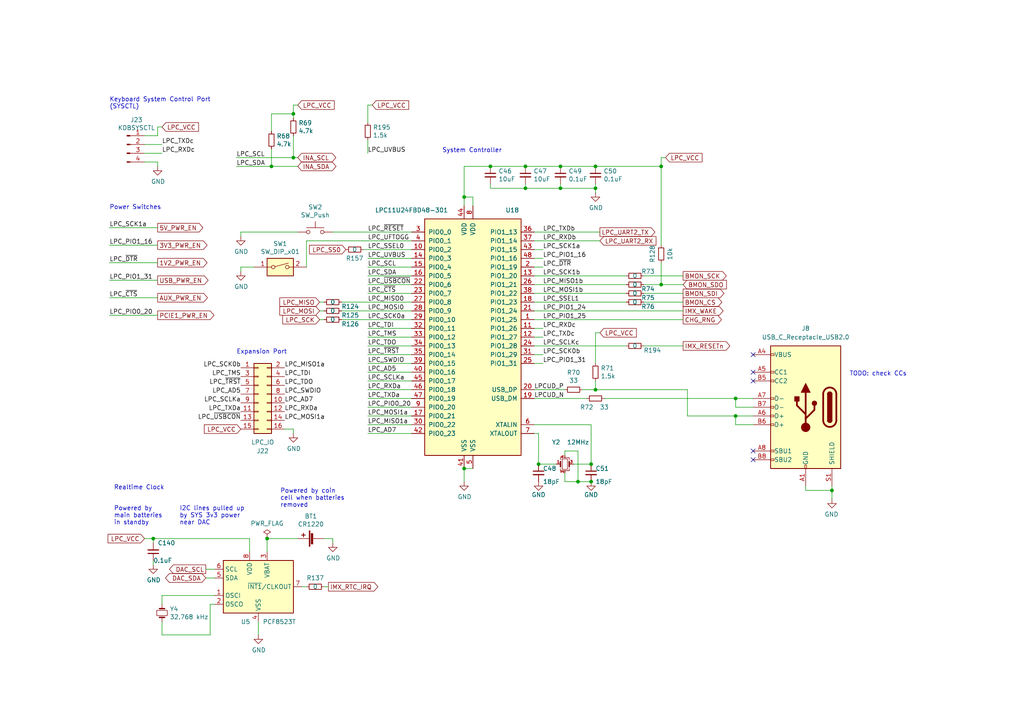
<source format=kicad_sch>
(kicad_sch (version 20211123) (generator eeschema)
  (paper "A4")
  (title_block (title "Reform 2 LPC") (date "2022-10-12") (rev "2.5D-1") (company "MNT Research GmbH") (comment 1 "https://mntre.com") (comment 2 "Engineer: Lukas F. Hartmann") (comment 3 "License: CERN-OHL-S 2.0"))
  (lib_symbols
    (symbol "Connector:Conn_01x04_Male" (pin_names (offset 1.016) hide)
      (property "Reference" "J" (at 0 5.08 0))
      (property "Value" "Conn_01x04_Male" (at 0 -7.62 0))
      (symbol "Conn_01x04_Male_1_1"
        (polyline (pts (xy 1.27 -5.08) (xy 0.8636 -5.08)) (stroke (width 0.1524)))
        (polyline (pts (xy 1.27 -2.54) (xy 0.8636 -2.54)) (stroke (width 0.1524)))
        (polyline (pts (xy 1.27 0) (xy 0.8636 0)) (stroke (width 0.1524)))
        (polyline (pts (xy 1.27 2.54) (xy 0.8636 2.54)) (stroke (width 0.1524)))
        (rectangle (start 0.8636 -4.953) (end 0 -5.207) (stroke (width 0.1524)) (fill (type outline)))
        (rectangle (start 0.8636 -2.413) (end 0 -2.667) (stroke (width 0.1524)) (fill (type outline)))
        (rectangle (start 0.8636 0.127) (end 0 -0.127) (stroke (width 0.1524)) (fill (type outline)))
        (rectangle (start 0.8636 2.667) (end 0 2.413) (stroke (width 0.1524)) (fill (type outline)))
        (pin passive line (at 5.08 2.54 180) (length 3.81) (name "Pin_1") (number "1"))
        (pin passive line (at 5.08 0 180) (length 3.81) (name "Pin_2") (number "2"))
        (pin passive line (at 5.08 -2.54 180) (length 3.81) (name "Pin_3") (number "3"))
        (pin passive line (at 5.08 -5.08 180) (length 3.81) (name "Pin_4") (number "4"))
      )
    )
    (symbol "Connector:USB_C_Receptacle_USB2.0" (pin_names (offset 1.016))
      (property "Reference" "J" (at -10.16 19.05 0))
      (property "Value" "USB_C_Receptacle_USB2.0" (at 19.05 19.05 0))
      (symbol "USB_C_Receptacle_USB2.0_0_0"
        (rectangle (start -0.254 -17.78) (end 0.254 -16.764))
        (rectangle (start 10.16 -14.986) (end 9.144 -15.494))
        (rectangle (start 10.16 -12.446) (end 9.144 -12.954))
        (rectangle (start 10.16 -4.826) (end 9.144 -5.334))
        (rectangle (start 10.16 -2.286) (end 9.144 -2.794))
        (rectangle (start 10.16 0.254) (end 9.144 -0.254))
        (rectangle (start 10.16 2.794) (end 9.144 2.286))
        (rectangle (start 10.16 7.874) (end 9.144 7.366))
        (rectangle (start 10.16 10.414) (end 9.144 9.906))
        (rectangle (start 10.16 15.494) (end 9.144 14.986))
      )
      (symbol "USB_C_Receptacle_USB2.0_0_1"
        (rectangle (start -10.16 17.78) (end 10.16 -17.78) (stroke (width 0.254)) (fill (type background)))
        (arc (start -8.89 -3.81) (mid -6.985 -5.715) (end -5.08 -3.81) (stroke (width 0.508)))
        (arc (start -7.62 -3.81) (mid -6.985 -4.445) (end -6.35 -3.81) (stroke (width 0.254)))
        (arc (start -7.62 -3.81) (mid -6.985 -4.445) (end -6.35 -3.81) (stroke (width 0.254)) (fill (type outline)))
        (rectangle (start -7.62 -3.81) (end -6.35 3.81) (stroke (width 0.254)) (fill (type outline)))
        (arc (start -6.35 3.81) (mid -6.985 4.445) (end -7.62 3.81) (stroke (width 0.254)))
        (arc (start -6.35 3.81) (mid -6.985 4.445) (end -7.62 3.81) (stroke (width 0.254)) (fill (type outline)))
        (arc (start -5.08 3.81) (mid -6.985 5.715) (end -8.89 3.81) (stroke (width 0.508)))
        (circle (center -2.54 1.143) (radius 0.635) (stroke (width 0.254)) (fill (type outline)))
        (circle (center 0 -5.842) (radius 1.27) (fill (type outline)))
        (polyline (pts (xy -8.89 -3.81) (xy -8.89 3.81)) (stroke (width 0.508)))
        (polyline (pts (xy -5.08 3.81) (xy -5.08 -3.81)) (stroke (width 0.508)))
        (polyline (pts (xy 0 -5.842) (xy 0 4.318)) (stroke (width 0.508)))
        (polyline (pts (xy 0 -3.302) (xy -2.54 -0.762) (xy -2.54 0.508)) (stroke (width 0.508)))
        (polyline (pts (xy 0 -2.032) (xy 2.54 0.508) (xy 2.54 1.778)) (stroke (width 0.508)))
        (polyline (pts (xy -1.27 4.318) (xy 0 6.858) (xy 1.27 4.318) (xy -1.27 4.318)) (stroke (width 0.254)) (fill (type outline)))
        (rectangle (start 1.905 1.778) (end 3.175 3.048) (stroke (width 0.254)) (fill (type outline)))
      )
      (symbol "USB_C_Receptacle_USB2.0_1_1"
        (pin passive line (at 0 -22.86 90) (length 5.08) (name "GND") (number "A1"))
        (pin passive line (at 0 -22.86 90) (length 5.08) hide (name "GND") (number "A12"))
        (pin passive line (at 15.24 15.24 180) (length 5.08) (name "VBUS") (number "A4"))
        (pin bidirectional line (at 15.24 10.16 180) (length 5.08) (name "CC1") (number "A5"))
        (pin bidirectional line (at 15.24 -2.54 180) (length 5.08) (name "D+") (number "A6"))
        (pin bidirectional line (at 15.24 2.54 180) (length 5.08) (name "D-") (number "A7"))
        (pin bidirectional line (at 15.24 -12.7 180) (length 5.08) (name "SBU1") (number "A8"))
        (pin passive line (at 15.24 15.24 180) (length 5.08) hide (name "VBUS") (number "A9"))
        (pin passive line (at 0 -22.86 90) (length 5.08) hide (name "GND") (number "B1"))
        (pin passive line (at 0 -22.86 90) (length 5.08) hide (name "GND") (number "B12"))
        (pin passive line (at 15.24 15.24 180) (length 5.08) hide (name "VBUS") (number "B4"))
        (pin bidirectional line (at 15.24 7.62 180) (length 5.08) (name "CC2") (number "B5"))
        (pin bidirectional line (at 15.24 -5.08 180) (length 5.08) (name "D+") (number "B6"))
        (pin bidirectional line (at 15.24 0 180) (length 5.08) (name "D-") (number "B7"))
        (pin bidirectional line (at 15.24 -15.24 180) (length 5.08) (name "SBU2") (number "B8"))
        (pin passive line (at 15.24 15.24 180) (length 5.08) hide (name "VBUS") (number "B9"))
        (pin passive line (at -7.62 -22.86 90) (length 5.08) (name "SHIELD") (number "S1"))
      )
    )
    (symbol "Connector_Generic:Conn_02x08_Odd_Even" (pin_names (offset 1.016) hide)
      (property "Reference" "J" (at 1.27 10.16 0))
      (property "Value" "Conn_02x08_Odd_Even" (at 1.27 -12.7 0))
      (symbol "Conn_02x08_Odd_Even_1_1"
        (rectangle (start -1.27 -10.033) (end 0 -10.287) (stroke (width 0.1524)))
        (rectangle (start -1.27 -7.493) (end 0 -7.747) (stroke (width 0.1524)))
        (rectangle (start -1.27 -4.953) (end 0 -5.207) (stroke (width 0.1524)))
        (rectangle (start -1.27 -2.413) (end 0 -2.667) (stroke (width 0.1524)))
        (rectangle (start -1.27 0.127) (end 0 -0.127) (stroke (width 0.1524)))
        (rectangle (start -1.27 2.667) (end 0 2.413) (stroke (width 0.1524)))
        (rectangle (start -1.27 5.207) (end 0 4.953) (stroke (width 0.1524)))
        (rectangle (start -1.27 7.747) (end 0 7.493) (stroke (width 0.1524)))
        (rectangle (start -1.27 8.89) (end 3.81 -11.43) (stroke (width 0.254)) (fill (type background)))
        (rectangle (start 3.81 -10.033) (end 2.54 -10.287) (stroke (width 0.1524)))
        (rectangle (start 3.81 -7.493) (end 2.54 -7.747) (stroke (width 0.1524)))
        (rectangle (start 3.81 -4.953) (end 2.54 -5.207) (stroke (width 0.1524)))
        (rectangle (start 3.81 -2.413) (end 2.54 -2.667) (stroke (width 0.1524)))
        (rectangle (start 3.81 0.127) (end 2.54 -0.127) (stroke (width 0.1524)))
        (rectangle (start 3.81 2.667) (end 2.54 2.413) (stroke (width 0.1524)))
        (rectangle (start 3.81 5.207) (end 2.54 4.953) (stroke (width 0.1524)))
        (rectangle (start 3.81 7.747) (end 2.54 7.493) (stroke (width 0.1524)))
        (pin passive line (at -5.08 7.62 0) (length 3.81) (name "Pin_1") (number "1"))
        (pin passive line (at 7.62 -2.54 180) (length 3.81) (name "Pin_10") (number "10"))
        (pin passive line (at -5.08 -5.08 0) (length 3.81) (name "Pin_11") (number "11"))
        (pin passive line (at 7.62 -5.08 180) (length 3.81) (name "Pin_12") (number "12"))
        (pin passive line (at -5.08 -7.62 0) (length 3.81) (name "Pin_13") (number "13"))
        (pin passive line (at 7.62 -7.62 180) (length 3.81) (name "Pin_14") (number "14"))
        (pin passive line (at -5.08 -10.16 0) (length 3.81) (name "Pin_15") (number "15"))
        (pin passive line (at 7.62 -10.16 180) (length 3.81) (name "Pin_16") (number "16"))
        (pin passive line (at 7.62 7.62 180) (length 3.81) (name "Pin_2") (number "2"))
        (pin passive line (at -5.08 5.08 0) (length 3.81) (name "Pin_3") (number "3"))
        (pin passive line (at 7.62 5.08 180) (length 3.81) (name "Pin_4") (number "4"))
        (pin passive line (at -5.08 2.54 0) (length 3.81) (name "Pin_5") (number "5"))
        (pin passive line (at 7.62 2.54 180) (length 3.81) (name "Pin_6") (number "6"))
        (pin passive line (at -5.08 0 0) (length 3.81) (name "Pin_7") (number "7"))
        (pin passive line (at 7.62 0 180) (length 3.81) (name "Pin_8") (number "8"))
        (pin passive line (at -5.08 -2.54 0) (length 3.81) (name "Pin_9") (number "9"))
      )
    )
    (symbol "Device:Battery_Cell" (pin_numbers hide) (pin_names (offset 0) hide)
      (property "Reference" "BT" (at 2.54 2.54 0))
      (property "Value" "Battery_Cell" (at 2.54 0 0))
      (symbol "Battery_Cell_0_1"
        (rectangle (start -2.286 1.778) (end 2.286 1.524) (fill (type outline)))
        (rectangle (start -1.5748 1.1938) (end 1.4732 0.6858) (fill (type outline)))
        (polyline (pts (xy 0 0.762) (xy 0 0)))
        (polyline (pts (xy 0 1.778) (xy 0 2.54)))
        (polyline (pts (xy 0.508 3.429) (xy 1.524 3.429)) (stroke (width 0.254)))
        (polyline (pts (xy 1.016 3.937) (xy 1.016 2.921)) (stroke (width 0.254)))
      )
      (symbol "Battery_Cell_1_1"
        (pin passive line (at 0 5.08 270) (length 2.54) (name "+") (number "1"))
        (pin passive line (at 0 -2.54 90) (length 2.54) (name "-") (number "2"))
      )
    )
    (symbol "Device:C_Small" (pin_numbers hide) (pin_names (offset 0.254) hide)
      (property "Reference" "C" (at 0.254 1.778 0))
      (property "Value" "C_Small" (at 0.254 -2.032 0))
      (symbol "C_Small_0_1"
        (polyline (pts (xy -1.524 -0.508) (xy 1.524 -0.508)) (stroke (width 0.3302)))
        (polyline (pts (xy -1.524 0.508) (xy 1.524 0.508)) (stroke (width 0.3048)))
      )
      (symbol "C_Small_1_1"
        (pin passive line (at 0 2.54 270) (length 2.032) (name "~") (number "1"))
        (pin passive line (at 0 -2.54 90) (length 2.032) (name "~") (number "2"))
      )
    )
    (symbol "Device:Crystal_GND24_Small" (pin_names (offset 1.016) hide)
      (property "Reference" "Y" (at 1.27 4.445 0))
      (property "Value" "Crystal_GND24_Small" (at 1.27 2.54 0))
      (symbol "Crystal_GND24_Small_0_1"
        (rectangle (start -0.762 -1.524) (end 0.762 1.524))
        (polyline (pts (xy -1.27 -0.762) (xy -1.27 0.762)) (stroke (width 0.381)))
        (polyline (pts (xy 1.27 -0.762) (xy 1.27 0.762)) (stroke (width 0.381)))
        (polyline (pts (xy -1.27 -1.27) (xy -1.27 -1.905) (xy 1.27 -1.905) (xy 1.27 -1.27)))
        (polyline (pts (xy -1.27 1.27) (xy -1.27 1.905) (xy 1.27 1.905) (xy 1.27 1.27)))
      )
      (symbol "Crystal_GND24_Small_1_1"
        (pin passive line (at -2.54 0 0) (length 1.27) (name "1") (number "1"))
        (pin passive line (at 0 -2.54 90) (length 0.635) (name "2") (number "2"))
        (pin passive line (at 2.54 0 180) (length 1.27) (name "3") (number "3"))
        (pin passive line (at 0 2.54 270) (length 0.635) (name "4") (number "4"))
      )
    )
    (symbol "Device:Crystal_Small" (pin_numbers hide) (pin_names (offset 1.016) hide)
      (property "Reference" "Y" (at 0 2.54 0))
      (property "Value" "Crystal_Small" (at 0 -2.54 0))
      (symbol "Crystal_Small_0_1"
        (rectangle (start -0.762 -1.524) (end 0.762 1.524))
        (polyline (pts (xy -1.27 -0.762) (xy -1.27 0.762)) (stroke (width 0.381)))
        (polyline (pts (xy 1.27 -0.762) (xy 1.27 0.762)) (stroke (width 0.381)))
      )
      (symbol "Crystal_Small_1_1"
        (pin passive line (at -2.54 0 0) (length 1.27) (name "1") (number "1"))
        (pin passive line (at 2.54 0 180) (length 1.27) (name "2") (number "2"))
      )
    )
    (symbol "Device:R_Small" (pin_numbers hide) (pin_names (offset 0.254) hide)
      (property "Reference" "R" (at 0.762 0.508 0))
      (property "Value" "R_Small" (at 0.762 -1.016 0))
      (symbol "R_Small_0_1"
        (rectangle (start -0.762 1.778) (end 0.762 -1.778) (stroke (width 0.2032)))
      )
      (symbol "R_Small_1_1"
        (pin passive line (at 0 2.54 270) (length 0.762) (name "~") (number "1"))
        (pin passive line (at 0 -2.54 90) (length 0.762) (name "~") (number "2"))
      )
    )
    (symbol "MCU_NXP_LPC:LPC11U24FBD48-301" (pin_names (offset 1.016))
      (property "Reference" "U" (at -12.7 35.56 0))
      (property "Value" "LPC11U24FBD48-301" (at 12.7 35.56 0))
      (symbol "LPC11U24FBD48-301_0_1"
        (rectangle (start -13.97 34.29) (end 13.97 -34.29) (stroke (width 0.254)) (fill (type background)))
      )
      (symbol "LPC11U24FBD48-301_1_1"
        (pin bidirectional line (at 17.78 5.08 180) (length 3.81) (name "PIO1_25") (number "1"))
        (pin bidirectional line (at -17.78 25.4 0) (length 3.81) (name "PIO0_2") (number "10"))
        (pin bidirectional line (at 17.78 2.54 180) (length 3.81) (name "PIO1_26") (number "11"))
        (pin bidirectional line (at 17.78 0 180) (length 3.81) (name "PIO1_27") (number "12"))
        (pin bidirectional line (at 17.78 17.78 180) (length 3.81) (name "PIO1_20") (number "13"))
        (pin bidirectional line (at -17.78 22.86 0) (length 3.81) (name "PIO0_3") (number "14"))
        (pin bidirectional line (at -17.78 20.32 0) (length 3.81) (name "PIO0_4") (number "15"))
        (pin bidirectional line (at -17.78 17.78 0) (length 3.81) (name "PIO0_5") (number "16"))
        (pin bidirectional line (at -17.78 -22.86 0) (length 3.81) (name "PIO0_21") (number "17"))
        (pin bidirectional line (at 17.78 10.16 180) (length 3.81) (name "PIO1_23") (number "18"))
        (pin bidirectional line (at 17.78 -17.78 180) (length 3.81) (name "USB_DM") (number "19"))
        (pin bidirectional line (at 17.78 20.32 180) (length 3.81) (name "PIO1_19") (number "2"))
        (pin bidirectional line (at 17.78 -15.24 180) (length 3.81) (name "USB_DP") (number "20"))
        (pin bidirectional line (at 17.78 7.62 180) (length 3.81) (name "PIO1_24") (number "21"))
        (pin bidirectional line (at -17.78 15.24 0) (length 3.81) (name "PIO0_6") (number "22"))
        (pin bidirectional line (at -17.78 12.7 0) (length 3.81) (name "PIO0_7") (number "23"))
        (pin bidirectional line (at 17.78 -2.54 180) (length 3.81) (name "PIO1_28") (number "24"))
        (pin bidirectional line (at 17.78 -7.62 180) (length 3.81) (name "PIO1_31") (number "25"))
        (pin bidirectional line (at 17.78 15.24 180) (length 3.81) (name "PIO1_21") (number "26"))
        (pin bidirectional line (at -17.78 10.16 0) (length 3.81) (name "PIO0_8") (number "27"))
        (pin bidirectional line (at -17.78 7.62 0) (length 3.81) (name "PIO0_9") (number "28"))
        (pin bidirectional line (at -17.78 5.08 0) (length 3.81) (name "PIO0_10") (number "29"))
        (pin bidirectional line (at -17.78 30.48 0) (length 3.81) (name "PIO0_0") (number "3"))
        (pin bidirectional line (at -17.78 -25.4 0) (length 3.81) (name "PIO0_22") (number "30"))
        (pin bidirectional line (at 17.78 -5.08 180) (length 3.81) (name "PIO1_29") (number "31"))
        (pin bidirectional line (at -17.78 2.54 0) (length 3.81) (name "PIO0_11") (number "32"))
        (pin bidirectional line (at -17.78 0 0) (length 3.81) (name "PIO0_12") (number "33"))
        (pin bidirectional line (at -17.78 -2.54 0) (length 3.81) (name "PIO0_13") (number "34"))
        (pin bidirectional line (at -17.78 -5.08 0) (length 3.81) (name "PIO0_14") (number "35"))
        (pin bidirectional line (at 17.78 30.48 180) (length 3.81) (name "PIO1_13") (number "36"))
        (pin bidirectional line (at 17.78 27.94 180) (length 3.81) (name "PIO1_14") (number "37"))
        (pin bidirectional line (at 17.78 12.7 180) (length 3.81) (name "PIO1_22") (number "38"))
        (pin bidirectional line (at -17.78 -7.62 0) (length 3.81) (name "PIO0_15") (number "39"))
        (pin bidirectional line (at -17.78 27.94 0) (length 3.81) (name "PIO0_1") (number "4"))
        (pin bidirectional line (at -17.78 -10.16 0) (length 3.81) (name "PIO0_16") (number "40"))
        (pin power_in line (at -2.54 -38.1 90) (length 3.81) (name "VSS") (number "41"))
        (pin bidirectional line (at -17.78 -27.94 0) (length 3.81) (name "PIO0_23") (number "42"))
        (pin bidirectional line (at 17.78 25.4 180) (length 3.81) (name "PIO1_15") (number "43"))
        (pin power_in line (at -2.54 38.1 270) (length 3.81) (name "VDD") (number "44"))
        (pin bidirectional line (at -17.78 -12.7 0) (length 3.81) (name "PIO0_17") (number "45"))
        (pin bidirectional line (at -17.78 -15.24 0) (length 3.81) (name "PIO0_18") (number "46"))
        (pin bidirectional line (at -17.78 -17.78 0) (length 3.81) (name "PIO0_19") (number "47"))
        (pin bidirectional line (at 17.78 22.86 180) (length 3.81) (name "PIO1_16") (number "48"))
        (pin power_in line (at 0 -38.1 90) (length 3.81) (name "VSS") (number "5"))
        (pin input line (at 17.78 -25.4 180) (length 3.81) (name "XTALIN") (number "6"))
        (pin output line (at 17.78 -27.94 180) (length 3.81) (name "XTALOUT") (number "7"))
        (pin power_in line (at 0 38.1 270) (length 3.81) (name "VDD") (number "8"))
        (pin bidirectional line (at -17.78 -20.32 0) (length 3.81) (name "PIO0_20") (number "9"))
      )
    )
    (symbol "Switch:SW_DIP_x01" (pin_names (offset 0) hide)
      (property "Reference" "SW" (at 0 3.81 0))
      (property "Value" "SW_DIP_x01" (at 0 -3.81 0))
      (symbol "SW_DIP_x01_0_0"
        (circle (center -2.032 0) (radius 0.508))
        (polyline (pts (xy -1.524 0.127) (xy 2.3622 1.1684)))
        (circle (center 2.032 0) (radius 0.508))
      )
      (symbol "SW_DIP_x01_0_1"
        (rectangle (start -3.81 2.54) (end 3.81 -2.54) (stroke (width 0.254)) (fill (type background)))
      )
      (symbol "SW_DIP_x01_1_1"
        (pin passive line (at -7.62 0 0) (length 5.08) (name "~") (number "1"))
        (pin passive line (at 7.62 0 180) (length 5.08) (name "~") (number "2"))
      )
    )
    (symbol "Switch:SW_Push" (pin_numbers hide) (pin_names (offset 1.016) hide)
      (property "Reference" "SW" (at 1.27 2.54 0))
      (property "Value" "SW_Push" (at 0 -1.524 0))
      (symbol "SW_Push_0_1"
        (circle (center -2.032 0) (radius 0.508))
        (polyline (pts (xy 0 1.27) (xy 0 3.048)))
        (polyline (pts (xy 2.54 1.27) (xy -2.54 1.27)))
        (circle (center 2.032 0) (radius 0.508))
        (pin passive line (at -5.08 0 0) (length 2.54) (name "1") (number "1"))
        (pin passive line (at 5.08 0 180) (length 2.54) (name "2") (number "2"))
      )
    )
    (symbol "Timer_RTC:PCF8523T"
      (property "Reference" "U" (at -10.16 8.89 0))
      (property "Value" "PCF8523T" (at 3.81 8.89 0))
      (symbol "PCF8523T_0_1"
        (rectangle (start -10.16 7.62) (end 10.16 -7.62) (stroke (width 0.254)) (fill (type background)))
      )
      (symbol "PCF8523T_1_1"
        (pin input line (at -12.7 -2.54 0) (length 2.54) (name "OSCI") (number "1"))
        (pin output line (at -12.7 -5.08 0) (length 2.54) (name "OSCO") (number "2"))
        (pin power_in line (at 2.54 10.16 270) (length 2.54) (name "VBAT") (number "3"))
        (pin power_in line (at 0 -10.16 90) (length 2.54) (name "VSS") (number "4"))
        (pin bidirectional line (at -12.7 2.54 0) (length 2.54) (name "SDA") (number "5"))
        (pin input line (at -12.7 5.08 0) (length 2.54) (name "SCL") (number "6"))
        (pin open_collector line (at 12.7 0 180) (length 2.54) (name "~{INT1}/CLKOUT") (number "7"))
        (pin power_in line (at -2.54 10.16 270) (length 2.54) (name "VDD") (number "8"))
      )
    )
    (symbol "power:GND" (power) (pin_names (offset 0))
      (property "Value" "GND" (at 0 -3.81 0))
      (symbol "GND_0_1"
        (polyline (pts (xy 0 0) (xy 0 -1.27) (xy 1.27 -1.27) (xy 0 -2.54) (xy -1.27 -1.27) (xy 0 -1.27)))
      )
      (symbol "GND_1_1"
        (pin power_in line (at 0 0 270) (length 0) hide (name "GND") (number "1"))
      )
    )
    (symbol "power:PWR_FLAG" (power) (pin_numbers hide) (pin_names (offset 0) hide)
      (property "Value" "PWR_FLAG" (at 0 3.81 0))
      (symbol "PWR_FLAG_0_0"
        (pin power_out line (at 0 0 90) (length 0) (name "pwr") (number "1"))
      )
      (symbol "PWR_FLAG_0_1"
        (polyline (pts (xy 0 0) (xy 0 1.27) (xy -1.016 1.905) (xy 0 2.54) (xy 1.016 1.905) (xy 0 1.27)))
      )
    )
    (symbol "reform2-motherboard-rescue:C_Small-reform-motherboard-rescue" (pin_numbers hide) (pin_names (offset 0.254) hide)
      (property "Reference" "C" (at 0.254 1.778 0))
      (property "Value" "C_Small-reform-motherboard-rescue" (at 0.254 -2.032 0))
      (symbol "C_Small-reform-motherboard-rescue_0_1"
        (polyline (pts (xy -1.524 -0.508) (xy 1.524 -0.508)) (stroke (width 0.3302)))
        (polyline (pts (xy -1.524 0.508) (xy 1.524 0.508)) (stroke (width 0.3048)))
      )
      (symbol "C_Small-reform-motherboard-rescue_1_1"
        (pin passive line (at 0 2.54 270) (length 2.032) (name "~") (number "1"))
        (pin passive line (at 0 -2.54 90) (length 2.032) (name "~") (number "2"))
      )
    )
    (symbol "reform2-motherboard-rescue:GND-reform-motherboard-rescue" (power) (pin_names (offset 0))
      (property "Value" "GND-reform-motherboard-rescue" (at 0 -3.81 0))
      (symbol "GND-reform-motherboard-rescue_0_1"
        (polyline (pts (xy 0 0) (xy 0 -1.27) (xy 1.27 -1.27) (xy 0 -2.54) (xy -1.27 -1.27) (xy 0 -1.27)))
      )
      (symbol "GND-reform-motherboard-rescue_1_1"
        (pin power_in line (at 0 0 270) (length 0) hide (name "GND") (number "1"))
      )
    )
  )
  (junction (at 162.56 48.26))
  (junction (at 171.45 134.62))
  (junction (at 44.45 156.21))
  (junction (at 172.72 48.26))
  (junction (at 172.72 54.61))
  (junction (at 167.64 139.7))
  (junction (at 213.36 115.57))
  (junction (at 85.09 45.72))
  (junction (at 134.62 57.15))
  (junction (at 78.74 48.26))
  (junction (at 171.45 139.7))
  (junction (at 156.21 134.62))
  (junction (at 191.77 82.55))
  (junction (at 152.4 48.26))
  (junction (at 152.4 54.61))
  (junction (at 241.3 142.24))
  (junction (at 213.36 120.65))
  (junction (at 134.62 135.89))
  (junction (at 142.24 48.26))
  (junction (at 77.47 156.21))
  (junction (at 162.56 54.61))
  (junction (at 191.77 48.26))
  (junction (at 172.72 113.03))
  (junction (at 85.09 33.02))
  (no_connect (at 218.44 130.81))
  (no_connect (at 218.44 133.35))
  (no_connect (at 218.44 102.87))
  (no_connect (at 218.44 107.95))
  (no_connect (at 218.44 110.49))
  (wire (pts (xy 172.72 113.03) (xy 199.39 113.03)))
  (wire (pts (xy 45.72 48.26) (xy 45.72 46.99)))
  (wire (pts (xy 154.94 69.85) (xy 173.99 69.85)))
  (wire (pts (xy 45.72 46.99) (xy 41.91 46.99)))
  (wire (pts (xy 45.72 36.83) (xy 45.72 39.37)))
  (wire (pts (xy 119.38 113.03) (xy 106.68 113.03)))
  (wire (pts (xy 44.45 156.21) (xy 72.39 156.21)))
  (wire (pts (xy 191.77 48.26) (xy 191.77 71.12)))
  (wire (pts (xy 85.09 33.02) (xy 85.09 34.29)))
  (wire (pts (xy 171.45 123.19) (xy 171.45 134.62)))
  (wire (pts (xy 154.94 85.09) (xy 181.61 85.09)))
  (wire (pts (xy 186.69 80.01) (xy 198.12 80.01)))
  (wire (pts (xy 59.69 165.1) (xy 62.23 165.1)))
  (wire (pts (xy 156.21 125.73) (xy 154.94 125.73)))
  (wire (pts (xy 154.94 80.01) (xy 181.61 80.01)))
  (wire (pts (xy 77.47 160.02) (xy 77.47 156.21)))
  (wire (pts (xy 45.72 39.37) (xy 41.91 39.37)))
  (wire (pts (xy 106.68 110.49) (xy 119.38 110.49)))
  (wire (pts (xy 241.3 140.97) (xy 241.3 142.24)))
  (wire (pts (xy 88.9 77.47) (xy 88.9 69.85)))
  (wire (pts (xy 154.94 92.71) (xy 198.12 92.71)))
  (wire (pts (xy 186.69 82.55) (xy 191.77 82.55)))
  (wire (pts (xy 157.48 95.25) (xy 154.94 95.25)))
  (wire (pts (xy 68.58 45.72) (xy 85.09 45.72)))
  (wire (pts (xy 46.99 36.83) (xy 45.72 36.83)))
  (wire (pts (xy 60.96 184.15) (xy 60.96 175.26)))
  (wire (pts (xy 172.72 55.88) (xy 172.72 54.61)))
  (wire (pts (xy 119.38 123.19) (xy 106.68 123.19)))
  (wire (pts (xy 78.74 48.26) (xy 68.58 48.26)))
  (wire (pts (xy 99.06 90.17) (xy 119.38 90.17)))
  (wire (pts (xy 154.94 82.55) (xy 181.61 82.55)))
  (wire (pts (xy 163.83 132.08) (xy 163.83 130.81)))
  (wire (pts (xy 154.94 87.63) (xy 181.61 87.63)))
  (wire (pts (xy 86.36 48.26) (xy 78.74 48.26)))
  (wire (pts (xy 31.75 86.36) (xy 45.72 86.36)))
  (wire (pts (xy 88.9 69.85) (xy 119.38 69.85)))
  (wire (pts (xy 157.48 105.41) (xy 154.94 105.41)))
  (wire (pts (xy 106.68 125.73) (xy 119.38 125.73)))
  (wire (pts (xy 134.62 48.26) (xy 134.62 57.15)))
  (wire (pts (xy 119.38 105.41) (xy 106.68 105.41)))
  (wire (pts (xy 96.52 67.31) (xy 119.38 67.31)))
  (wire (pts (xy 77.47 156.21) (xy 86.36 156.21)))
  (wire (pts (xy 152.4 54.61) (xy 142.24 54.61)))
  (wire (pts (xy 154.94 100.33) (xy 181.61 100.33)))
  (wire (pts (xy 119.38 80.01) (xy 106.68 80.01)))
  (wire (pts (xy 163.83 139.7) (xy 167.64 139.7)))
  (wire (pts (xy 93.98 87.63) (xy 92.71 87.63)))
  (wire (pts (xy 106.68 107.95) (xy 119.38 107.95)))
  (wire (pts (xy 46.99 175.26) (xy 46.99 172.72)))
  (wire (pts (xy 99.06 92.71) (xy 119.38 92.71)))
  (wire (pts (xy 213.36 123.19) (xy 218.44 123.19)))
  (wire (pts (xy 41.91 41.91) (xy 46.99 41.91)))
  (wire (pts (xy 186.69 87.63) (xy 198.12 87.63)))
  (wire (pts (xy 105.41 72.39) (xy 119.38 72.39)))
  (wire (pts (xy 78.74 33.02) (xy 85.09 33.02)))
  (wire (pts (xy 78.74 43.18) (xy 78.74 48.26)))
  (wire (pts (xy 137.16 59.69) (xy 137.16 57.15)))
  (wire (pts (xy 41.91 156.21) (xy 44.45 156.21)))
  (wire (pts (xy 62.23 167.64) (xy 59.69 167.64)))
  (wire (pts (xy 142.24 48.26) (xy 134.62 48.26)))
  (wire (pts (xy 152.4 48.26) (xy 142.24 48.26)))
  (wire (pts (xy 99.06 87.63) (xy 119.38 87.63)))
  (wire (pts (xy 213.36 115.57) (xy 218.44 115.57)))
  (wire (pts (xy 213.36 118.11) (xy 213.36 115.57)))
  (wire (pts (xy 85.09 39.37) (xy 85.09 45.72)))
  (wire (pts (xy 106.68 44.45) (xy 106.68 40.64)))
  (wire (pts (xy 157.48 102.87) (xy 154.94 102.87)))
  (wire (pts (xy 213.36 120.65) (xy 213.36 123.19)))
  (wire (pts (xy 119.38 100.33) (xy 106.68 100.33)))
  (wire (pts (xy 172.72 96.52) (xy 173.99 96.52)))
  (wire (pts (xy 154.94 67.31) (xy 173.99 67.31)))
  (wire (pts (xy 198.12 100.33) (xy 186.69 100.33)))
  (wire (pts (xy 119.38 85.09) (xy 106.68 85.09)))
  (wire (pts (xy 85.09 45.72) (xy 86.36 45.72)))
  (wire (pts (xy 199.39 120.65) (xy 213.36 120.65)))
  (wire (pts (xy 175.26 115.57) (xy 213.36 115.57)))
  (wire (pts (xy 154.94 123.19) (xy 171.45 123.19)))
  (wire (pts (xy 172.72 96.52) (xy 172.72 105.41)))
  (wire (pts (xy 92.71 90.17) (xy 93.98 90.17)))
  (wire (pts (xy 191.77 82.55) (xy 198.12 82.55)))
  (wire (pts (xy 45.72 76.2) (xy 31.75 76.2)))
  (wire (pts (xy 78.74 38.1) (xy 78.74 33.02)))
  (wire (pts (xy 134.62 135.89) (xy 137.16 135.89)))
  (wire (pts (xy 233.68 142.24) (xy 233.68 140.97)))
  (wire (pts (xy 106.68 102.87) (xy 119.38 102.87)))
  (wire (pts (xy 85.09 124.46) (xy 85.09 125.73)))
  (wire (pts (xy 163.83 113.03) (xy 154.94 113.03)))
  (wire (pts (xy 199.39 113.03) (xy 199.39 120.65)))
  (wire (pts (xy 162.56 48.26) (xy 172.72 48.26)))
  (wire (pts (xy 172.72 48.26) (xy 191.77 48.26)))
  (wire (pts (xy 157.48 77.47) (xy 154.94 77.47)))
  (wire (pts (xy 119.38 74.93) (xy 106.68 74.93)))
  (wire (pts (xy 191.77 45.72) (xy 191.77 48.26)))
  (wire (pts (xy 157.48 74.93) (xy 154.94 74.93)))
  (wire (pts (xy 31.75 91.44) (xy 45.72 91.44)))
  (wire (pts (xy 172.72 113.03) (xy 168.91 113.03)))
  (wire (pts (xy 88.9 170.18) (xy 87.63 170.18)))
  (wire (pts (xy 45.72 71.12) (xy 31.75 71.12)))
  (wire (pts (xy 96.52 157.48) (xy 96.52 156.21)))
  (wire (pts (xy 172.72 54.61) (xy 172.72 53.34)))
  (wire (pts (xy 86.36 30.48) (xy 85.09 30.48)))
  (wire (pts (xy 107.95 30.48) (xy 106.68 30.48)))
  (wire (pts (xy 74.93 184.15) (xy 74.93 180.34)))
  (wire (pts (xy 167.64 130.81) (xy 167.64 139.7)))
  (wire (pts (xy 93.98 92.71) (xy 92.71 92.71)))
  (wire (pts (xy 134.62 57.15) (xy 134.62 59.69)))
  (wire (pts (xy 163.83 130.81) (xy 167.64 130.81)))
  (wire (pts (xy 154.94 115.57) (xy 170.18 115.57)))
  (wire (pts (xy 172.72 54.61) (xy 162.56 54.61)))
  (wire (pts (xy 44.45 163.83) (xy 44.45 162.56)))
  (wire (pts (xy 162.56 54.61) (xy 162.56 53.34)))
  (wire (pts (xy 119.38 82.55) (xy 106.68 82.55)))
  (wire (pts (xy 156.21 134.62) (xy 161.29 134.62)))
  (wire (pts (xy 46.99 184.15) (xy 60.96 184.15)))
  (wire (pts (xy 241.3 142.24) (xy 241.3 144.78)))
  (wire (pts (xy 69.85 78.74) (xy 69.85 77.47)))
  (wire (pts (xy 106.68 115.57) (xy 119.38 115.57)))
  (wire (pts (xy 96.52 156.21) (xy 93.98 156.21)))
  (wire (pts (xy 31.75 81.28) (xy 45.72 81.28)))
  (wire (pts (xy 46.99 180.34) (xy 46.99 184.15)))
  (wire (pts (xy 142.24 54.61) (xy 142.24 53.34)))
  (wire (pts (xy 156.21 134.62) (xy 156.21 125.73)))
  (wire (pts (xy 82.55 124.46) (xy 85.09 124.46)))
  (wire (pts (xy 241.3 142.24) (xy 233.68 142.24)))
  (wire (pts (xy 95.25 170.18) (xy 93.98 170.18)))
  (wire (pts (xy 152.4 54.61) (xy 152.4 53.34)))
  (wire (pts (xy 44.45 157.48) (xy 44.45 156.21)))
  (wire (pts (xy 119.38 95.25) (xy 106.68 95.25)))
  (wire (pts (xy 60.96 175.26) (xy 62.23 175.26)))
  (wire (pts (xy 106.68 30.48) (xy 106.68 35.56)))
  (wire (pts (xy 106.68 118.11) (xy 119.38 118.11)))
  (wire (pts (xy 191.77 82.55) (xy 191.77 76.2)))
  (wire (pts (xy 213.36 120.65) (xy 218.44 120.65)))
  (wire (pts (xy 45.72 66.04) (xy 31.75 66.04)))
  (wire (pts (xy 162.56 54.61) (xy 152.4 54.61)))
  (wire (pts (xy 106.68 97.79) (xy 119.38 97.79)))
  (wire (pts (xy 157.48 72.39) (xy 154.94 72.39)))
  (wire (pts (xy 46.99 44.45) (xy 41.91 44.45)))
  (wire (pts (xy 85.09 30.48) (xy 85.09 33.02)))
  (wire (pts (xy 166.37 134.62) (xy 171.45 134.62)))
  (wire (pts (xy 106.68 77.47) (xy 119.38 77.47)))
  (wire (pts (xy 218.44 118.11) (xy 213.36 118.11)))
  (wire (pts (xy 69.85 77.47) (xy 73.66 77.47)))
  (wire (pts (xy 162.56 48.26) (xy 152.4 48.26)))
  (wire (pts (xy 69.85 68.58) (xy 69.85 67.31)))
  (wire (pts (xy 193.04 45.72) (xy 191.77 45.72)))
  (wire (pts (xy 137.16 57.15) (xy 134.62 57.15)))
  (wire (pts (xy 172.72 110.49) (xy 172.72 113.03)))
  (wire (pts (xy 134.62 139.7) (xy 134.62 135.89)))
  (wire (pts (xy 46.99 172.72) (xy 62.23 172.72)))
  (wire (pts (xy 186.69 85.09) (xy 198.12 85.09)))
  (wire (pts (xy 106.68 120.65) (xy 119.38 120.65)))
  (wire (pts (xy 154.94 97.79) (xy 157.48 97.79)))
  (wire (pts (xy 167.64 139.7) (xy 171.45 139.7)))
  (wire (pts (xy 72.39 156.21) (xy 72.39 160.02)))
  (wire (pts (xy 163.83 137.16) (xy 163.83 139.7)))
  (wire (pts (xy 154.94 90.17) (xy 198.12 90.17)))
  (wire (pts (xy 69.85 67.31) (xy 86.36 67.31)))
  (text "TODO: check CCs" (at 246.38 109.22 0) (effects (font (size 1.27 1.27)) (justify left bottom)))
  (text "System Controller" (at 128.27 44.45 0) (effects (font (size 1.27 1.27)) (justify left bottom)))
  (text "Expansion Port" (at 68.58 102.87 0) (effects (font (size 1.27 1.27)) (justify left bottom)))
  (text "I2C lines pulled up\nby SYS 3v3 power\nnear DAC" (at 52.07 152.4 0) (effects (font (size 1.27 1.27)) (justify left bottom)))
  (text "Power Switches" (at 31.75 60.96 0) (effects (font (size 1.27 1.27)) (justify left bottom)))
  (text "Keyboard System Control Port\n(SYSCTL)" (at 31.75 31.75 0) (effects (font (size 1.27 1.27)) (justify left bottom)))
  (text "Powered by coin\ncell when batteries\nremoved" (at 81.28 147.32 0) (effects (font (size 1.27 1.27)) (justify left bottom)))
  (text "Powered by \nmain batteries\nin standby" (at 33.02 152.4 0) (effects (font (size 1.27 1.27)) (justify left bottom)))
  (text "Realtime Clock" (at 33.02 142.24 0) (effects (font (size 1.27 1.27)) (justify left bottom)))
  (label "LPC_AD7" (at 106.68 125.73 0))
  (label "LPC_MOSI1b" (at 157.48 85.09 0))
  (label "LPC_SCLKc" (at 157.48 100.33 0))
  (label "LPC_TXDa" (at 69.85 119.38 180))
  (label "LPC_PIO0_20" (at 106.68 118.11 0))
  (label "LPC_SCL" (at 106.68 77.47 0))
  (label "LPC_SCL" (at 68.58 45.72 0))
  (label "LPC_AD7" (at 82.55 116.84 0))
  (label "LPC_UFTOGG" (at 106.68 69.85 0))
  (label "LPC_~{USBCON}" (at 106.68 82.55 0))
  (label "LPC_TXDb" (at 157.48 67.31 0))
  (label "LPC_TMS" (at 106.68 97.79 0))
  (label "LPC_TXDc" (at 46.99 41.91 0))
  (label "LPC_~{RESET}" (at 106.68 67.31 0))
  (label "LPC_SCK0b" (at 69.85 106.68 180))
  (label "LPC_~{DTR}" (at 157.48 77.47 0))
  (label "LPCUD_N" (at 154.94 115.57 0))
  (label "LPC_TXDc" (at 157.48 97.79 0))
  (label "LPC_PIO1_24" (at 157.48 90.17 0))
  (label "LPC_AD5" (at 69.85 114.3 180))
  (label "LPC_SSEL1" (at 157.48 87.63 0))
  (label "LPC_SCK0b" (at 157.48 102.87 0))
  (label "LPC_RXDc" (at 46.99 44.45 0))
  (label "LPC_PIO1_16" (at 157.48 74.93 0))
  (label "LPC_PIO0_20" (at 31.75 91.44 0))
  (label "LPC_TDI" (at 82.55 109.22 0))
  (label "LPC_RXDa" (at 106.68 113.03 0))
  (label "LPC_AD5" (at 106.68 107.95 0))
  (label "LPC_SCLKa" (at 106.68 110.49 0))
  (label "LPC_PIO1_16" (at 31.75 71.12 0))
  (label "LPC_MOSI0" (at 106.68 90.17 0))
  (label "LPC_SDA" (at 68.58 48.26 0))
  (label "LPC_SCK0a" (at 106.68 92.71 0))
  (label "LPC_SDA" (at 106.68 80.01 0))
  (label "LPC_MISO0" (at 106.68 87.63 0))
  (label "LPC_TDO" (at 106.68 100.33 0))
  (label "LPC_TMS" (at 69.85 109.22 180))
  (label "LPC_~{CTS}" (at 106.68 85.09 0))
  (label "LPC_PIO1_31" (at 157.48 105.41 0))
  (label "LPC_MOSI1a" (at 82.55 121.92 0))
  (label "LPC_UVBUS" (at 106.68 74.93 0))
  (label "LPC_SSEL0" (at 106.68 72.39 0))
  (label "LPC_PIO1_31" (at 31.75 81.28 0))
  (label "LPC_PIO1_25" (at 157.48 92.71 0))
  (label "LPCUD_P" (at 154.94 113.03 0))
  (label "LPC_MISO1a" (at 106.68 123.19 0))
  (label "LPC_MISO1b" (at 157.48 82.55 0))
  (label "LPC_SCK1a" (at 31.75 66.04 0))
  (label "LPC_SWDIO" (at 106.68 105.41 0))
  (label "LPC_RXDc" (at 157.48 95.25 0))
  (label "LPC_~{TRST}" (at 69.85 111.76 180))
  (label "LPC_UVBUS" (at 106.68 44.45 0))
  (label "LPC_~{DTR}" (at 31.75 76.2 0))
  (label "LPC_~{CTS}" (at 31.75 86.36 0))
  (label "LPC_SCK1a" (at 157.48 72.39 0))
  (label "LPC_SCK1b" (at 157.48 80.01 0))
  (label "LPC_~{TRST}" (at 106.68 102.87 0))
  (label "LPC_RXDb" (at 157.48 69.85 0))
  (label "LPC_TDO" (at 82.55 111.76 0))
  (label "LPC_~{USBCON}" (at 69.85 121.92 180))
  (label "LPC_SCLKa" (at 69.85 116.84 180))
  (label "LPC_MISO1a" (at 82.55 106.68 0))
  (label "LPC_MOSI1a" (at 106.68 120.65 0))
  (label "LPC_SWDIO" (at 82.55 114.3 0))
  (label "LPC_TDI" (at 106.68 95.25 0))
  (label "LPC_RXDa" (at 82.55 119.38 0))
  (label "LPC_TXDa" (at 106.68 115.57 0))
  (global_label "PCIE1_PWR_EN" (shape output) (at 45.72 91.44 0) (property "Intersheet References" "${INTERSHEET_REFS}" (effects hide)))
  (global_label "LPC_SCK" (shape input) (at 92.71 92.71 180) (property "Intersheet References" "${INTERSHEET_REFS}" (effects hide)))
  (global_label "LPC_VCC" (shape input) (at 46.99 36.83 0) (property "Intersheet References" "${INTERSHEET_REFS}" (effects hide)))
  (global_label "USB_PWR_EN" (shape output) (at 45.72 81.28 0) (property "Intersheet References" "${INTERSHEET_REFS}" (effects hide)))
  (global_label "DAC_SCL" (shape output) (at 59.69 165.1 180) (property "Intersheet References" "${INTERSHEET_REFS}" (effects hide)))
  (global_label "3V3_PWR_EN" (shape output) (at 45.72 71.12 0) (property "Intersheet References" "${INTERSHEET_REFS}" (effects hide)))
  (global_label "BMON_SDO" (shape input) (at 198.12 82.55 0) (property "Intersheet References" "${INTERSHEET_REFS}" (effects hide)))
  (global_label "LPC_UART2_RX" (shape input) (at 173.99 69.85 0) (property "Intersheet References" "${INTERSHEET_REFS}" (effects hide)))
  (global_label "INA_SCL" (shape bidirectional) (at 86.36 45.72 0) (property "Intersheet References" "${INTERSHEET_REFS}" (effects hide)))
  (global_label "BMON_CS" (shape output) (at 198.12 87.63 0) (property "Intersheet References" "${INTERSHEET_REFS}" (effects hide)))
  (global_label "LPC_VCC" (shape input) (at 107.95 30.48 0) (property "Intersheet References" "${INTERSHEET_REFS}" (effects hide)))
  (global_label "INA_SDA" (shape bidirectional) (at 86.36 48.26 0) (property "Intersheet References" "${INTERSHEET_REFS}" (effects hide)))
  (global_label "AUX_PWR_EN" (shape output) (at 45.72 86.36 0) (property "Intersheet References" "${INTERSHEET_REFS}" (effects hide)))
  (global_label "5V_PWR_EN" (shape output) (at 45.72 66.04 0) (property "Intersheet References" "${INTERSHEET_REFS}" (effects hide)))
  (global_label "IMX_RESETn" (shape output) (at 198.12 100.33 0) (property "Intersheet References" "${INTERSHEET_REFS}" (effects hide)))
  (global_label "LPC_SS0" (shape input) (at 100.33 72.39 180) (property "Intersheet References" "${INTERSHEET_REFS}" (effects hide)))
  (global_label "DAC_SDA" (shape bidirectional) (at 59.69 167.64 180) (property "Intersheet References" "${INTERSHEET_REFS}" (effects hide)))
  (global_label "LPC_VCC" (shape input) (at 173.99 96.52 0) (property "Intersheet References" "${INTERSHEET_REFS}" (effects hide)))
  (global_label "LPC_MISO" (shape input) (at 92.71 87.63 180) (property "Intersheet References" "${INTERSHEET_REFS}" (effects hide)))
  (global_label "LPC_VCC" (shape input) (at 193.04 45.72 0) (property "Intersheet References" "${INTERSHEET_REFS}" (effects hide)))
  (global_label "LPC_MOSI" (shape input) (at 92.71 90.17 180) (property "Intersheet References" "${INTERSHEET_REFS}" (effects hide)))
  (global_label "1V2_PWR_EN" (shape output) (at 45.72 76.2 0) (property "Intersheet References" "${INTERSHEET_REFS}" (effects hide)))
  (global_label "IMX_WAKE" (shape output) (at 198.12 90.17 0) (property "Intersheet References" "${INTERSHEET_REFS}" (effects hide)))
  (global_label "LPC_VCC" (shape input) (at 86.36 30.48 0) (property "Intersheet References" "${INTERSHEET_REFS}" (effects hide)))
  (global_label "BMON_SDI" (shape output) (at 198.12 85.09 0) (property "Intersheet References" "${INTERSHEET_REFS}" (effects hide)))
  (global_label "LPC_VCC" (shape input) (at 41.91 156.21 180) (property "Intersheet References" "${INTERSHEET_REFS}" (effects hide)))
  (global_label "LPC_VCC" (shape input) (at 69.85 124.46 180) (property "Intersheet References" "${INTERSHEET_REFS}" (effects hide)))
  (global_label "LPC_UART2_TX" (shape output) (at 173.99 67.31 0) (property "Intersheet References" "${INTERSHEET_REFS}" (effects hide)))
  (global_label "BMON_SCK" (shape output) (at 198.12 80.01 0) (property "Intersheet References" "${INTERSHEET_REFS}" (effects hide)))
  (global_label "IMX_RTC_IRQ" (shape output) (at 95.25 170.18 0) (property "Intersheet References" "${INTERSHEET_REFS}" (effects hide)))
  (global_label "CHG_RNG" (shape output) (at 198.12 92.71 0) (property "Intersheet References" "${INTERSHEET_REFS}" (effects hide)))
  (symbol (lib_id "Device:Crystal_GND24_Small") (at 163.83 134.62 0) (unit 1)
    (property "Reference" "Y2" (at 161.29 128.27 0))
    (property "Value" "12MHz" (at 167.64 128.27 0))
    (property "Footprint" "Crystal:Crystal_SMD_Abracon_ABM8G-4Pin_3.2x2.5mm" (effects hide))
    (property "Datasheet" "https://www.mouser.de/datasheet/2/3/ABM8AIG-783590.pdf" (effects hide))
    (property "Manufacturer" "Abracon" (effects hide))
    (property "Manufacturer_No" "ABM8AIG-12.000MHz-2-T" (effects hide))
    (property "Checked" "y" (effects hide))
    (property "Distributor" "Mouser" (effects hide))
  )
  (symbol (lib_id "reform2-motherboard-rescue:C_Small-reform-motherboard-rescue") (at 171.45 137.16 0) (unit 1)
    (property "Reference" "C51" (at 172.72 135.89 0) (effects (justify left)))
    (property "Value" "18pF" (at 172.72 139.7 0) (effects (justify left)))
    (property "Footprint" "Capacitor_SMD:C_0603_1608Metric" (effects hide))
    (property "Manufacturer" "Yageo" (effects hide))
    (property "Manufacturer_No" "CC0603JRNPO9BN180" (effects hide))
    (property "Checked" "y" (effects hide))
    (property "Distributor" "Mouser" (effects hide))
    (property "LCSC" "C107040" (effects hide))
  )
  (symbol (lib_id "reform2-motherboard-rescue:GND-reform-motherboard-rescue") (at 171.45 139.7 0) (unit 1)
    (property "Reference" "#PWR0208" (effects hide))
    (property "Value" "GND" (at 171.45 143.51 0))
  )
  (symbol (lib_id "reform2-motherboard-rescue:C_Small-reform-motherboard-rescue") (at 156.21 137.16 0) (unit 1)
    (property "Reference" "C48" (at 157.48 135.89 0) (effects (justify left)))
    (property "Value" "18pF" (at 157.48 139.7 0) (effects (justify left)))
    (property "Footprint" "Capacitor_SMD:C_0603_1608Metric" (effects hide))
    (property "Manufacturer" "Yageo" (effects hide))
    (property "Manufacturer_No" "CC0603JRNPO9BN180" (effects hide))
    (property "Checked" "y" (effects hide))
    (property "Distributor" "Mouser" (effects hide))
    (property "LCSC" "C107040" (effects hide))
  )
  (symbol (lib_id "reform2-motherboard-rescue:GND-reform-motherboard-rescue") (at 156.21 139.7 0) (unit 1)
    (property "Reference" "#PWR0220" (effects hide))
    (property "Value" "GND" (at 156.21 143.51 0))
  )
  (symbol (lib_id "Switch:SW_Push") (at 91.44 67.31 0) (unit 1)
    (property "Reference" "SW2" (at 91.44 60.071 0))
    (property "Value" "SW_Push" (at 91.44 62.3824 0))
    (property "Footprint" "footprints:UK-B0206-G3.8-250-JZ" (effects hide))
    (property "Manufacturer" "USAKRO" (effects hide))
    (property "Manufacturer_No" "UK-B0206-G3.8-250-JZ" (effects hide))
    (property "Checked" "y" (effects hide))
    (property "Distributor" "Mouser" (effects hide))
  )
  (symbol (lib_id "power:GND") (at 69.85 68.58 0) (unit 1)
    (property "Reference" "#PWR0236" (effects hide))
    (property "Value" "GND" (at 69.977 72.9742 0))
  )
  (symbol (lib_id "MCU_NXP_LPC:LPC11U24FBD48-301") (at 137.16 97.79 0) (unit 1)
    (property "Reference" "U18" (at 148.59 60.96 0))
    (property "Value" "LPC11U24FBD48-301" (at 119.38 60.96 0))
    (property "Footprint" "Package_QFP:LQFP-48_7x7mm_P0.5mm" (effects hide))
    (property "Datasheet" "http://www.nxp.com/documents/data_sheet/LPC11U2X.pdf" (effects hide))
    (property "Manufacturer" "NXP" (effects hide))
    (property "Manufacturer_No" "LPC11U24FBD48-301" (effects hide))
    (property "Checked" "y" (effects hide))
    (property "Distributor" "Mouser" (effects hide))
  )
  (symbol (lib_id "power:GND") (at 134.62 139.7 0) (unit 1)
    (property "Reference" "#PWR0217" (effects hide))
    (property "Value" "GND" (at 134.747 144.0942 0))
  )
  (symbol (lib_id "Device:R_Small") (at 166.37 113.03 270) (unit 1)
    (property "Reference" "R70" (at 166.37 108.0516 90))
    (property "Value" "33" (at 166.37 110.363 90))
    (property "Footprint" "Resistor_SMD:R_0603_1608Metric" (effects hide))
    (property "Manufacturer" "Vishay Dale" (effects hide))
    (property "Manufacturer_No" "CRCW060333R0FKEAC" (effects hide))
    (property "Distributor" "Mouser" (effects hide))
    (property "Checked" "y" (effects hide))
  )
  (symbol (lib_id "Device:R_Small") (at 172.72 115.57 270) (unit 1)
    (property "Reference" "R72" (at 170.18 118.11 90))
    (property "Value" "33" (at 175.26 118.11 90))
    (property "Footprint" "Resistor_SMD:R_0603_1608Metric" (effects hide))
    (property "Manufacturer" "Vishay Dale" (effects hide))
    (property "Manufacturer_No" "CRCW060333R0FKEAC" (effects hide))
    (property "Distributor" "Mouser" (effects hide))
    (property "Checked" "y" (effects hide))
  )
  (symbol (lib_id "Device:C_Small") (at 142.24 50.8 0) (unit 1)
    (property "Reference" "C46" (at 144.5768 49.6316 0) (effects (justify left)))
    (property "Value" "10uF" (at 144.5768 51.943 0) (effects (justify left)))
    (property "Footprint" "Capacitor_SMD:C_0603_1608Metric" (effects hide))
    (property "Manufacturer" "Murata" (effects hide))
    (property "Manufacturer_No" "GRM188R6YA106MA73D" (effects hide))
    (property "Checked" "y" (effects hide))
    (property "Distributor" "Mouser" (effects hide))
  )
  (symbol (lib_id "Device:C_Small") (at 152.4 50.8 0) (unit 1)
    (property "Reference" "C47" (at 154.7368 49.6316 0) (effects (justify left)))
    (property "Value" "10uF" (at 154.7368 51.943 0) (effects (justify left)))
    (property "Footprint" "Capacitor_SMD:C_0603_1608Metric" (effects hide))
    (property "Manufacturer" "Murata" (effects hide))
    (property "Manufacturer_No" "GRM188R6YA106MA73D" (effects hide))
    (property "Checked" "y" (effects hide))
    (property "Distributor" "Mouser" (effects hide))
  )
  (symbol (lib_id "Device:C_Small") (at 162.56 50.8 0) (unit 1)
    (property "Reference" "C49" (at 164.8968 49.6316 0) (effects (justify left)))
    (property "Value" "0.1uF" (at 164.8968 51.943 0) (effects (justify left)))
    (property "Footprint" "Capacitor_SMD:C_0603_1608Metric" (effects hide))
    (property "Manufacturer" "Yageo" (effects hide))
    (property "Manufacturer_No" "CC0603JPX7R9BB104" (effects hide))
    (property "Checked" "y" (effects hide))
  )
  (symbol (lib_id "Device:C_Small") (at 172.72 50.8 0) (unit 1)
    (property "Reference" "C50" (at 175.0568 49.6316 0) (effects (justify left)))
    (property "Value" "0.1uF" (at 175.0568 51.943 0) (effects (justify left)))
    (property "Footprint" "Capacitor_SMD:C_0603_1608Metric" (effects hide))
    (property "Manufacturer" "Yageo" (effects hide))
    (property "Manufacturer_No" "CC0603JPX7R9BB104" (effects hide))
    (property "Checked" "y" (effects hide))
  )
  (symbol (lib_id "power:GND") (at 172.72 55.88 0) (unit 1)
    (property "Reference" "#PWR0207" (effects hide))
    (property "Value" "GND" (at 172.847 60.2742 0))
  )
  (symbol (lib_id "Device:R_Small") (at 184.15 80.01 270) (unit 1)
    (property "Reference" "R73" (at 187.96 78.74 90))
    (property "Value" "0" (at 184.15 80.01 90))
    (property "Footprint" "Resistor_SMD:R_0603_1608Metric" (effects hide))
    (property "Manufacturer" "Vishay Dale" (effects hide))
    (property "Manufacturer_No" "CRCW06030000Z0EAC" (effects hide))
    (property "Distributor" "Mouser" (effects hide))
    (property "Checked" "y" (effects hide))
  )
  (symbol (lib_id "Device:R_Small") (at 184.15 82.55 270) (unit 1)
    (property "Reference" "R74" (at 187.96 83.82 90))
    (property "Value" "0" (at 184.15 82.55 90))
    (property "Footprint" "Resistor_SMD:R_0603_1608Metric" (effects hide))
    (property "Manufacturer" "Vishay Dale" (effects hide))
    (property "Manufacturer_No" "CRCW06030000Z0EAC" (effects hide))
    (property "Distributor" "Mouser" (effects hide))
    (property "Checked" "y" (effects hide))
  )
  (symbol (lib_id "Device:R_Small") (at 184.15 85.09 270) (unit 1)
    (property "Reference" "R75" (at 187.96 86.36 90))
    (property "Value" "0" (at 184.15 85.09 90))
    (property "Footprint" "Resistor_SMD:R_0603_1608Metric" (effects hide))
    (property "Manufacturer" "Vishay Dale" (effects hide))
    (property "Manufacturer_No" "CRCW06030000Z0EAC" (effects hide))
    (property "Distributor" "Mouser" (effects hide))
    (property "Checked" "y" (effects hide))
  )
  (symbol (lib_id "Device:R_Small") (at 184.15 87.63 270) (unit 1)
    (property "Reference" "R76" (at 187.96 88.9 90))
    (property "Value" "0" (at 184.15 87.63 90))
    (property "Footprint" "Resistor_SMD:R_0603_1608Metric" (effects hide))
    (property "Manufacturer" "Vishay Dale" (effects hide))
    (property "Manufacturer_No" "CRCW06030000Z0EAC" (effects hide))
    (property "Distributor" "Mouser" (effects hide))
    (property "Checked" "y" (effects hide))
  )
  (symbol (lib_id "Device:R_Small") (at 85.09 36.83 0) (unit 1)
    (property "Reference" "R69" (at 86.5886 35.6616 0) (effects (justify left)))
    (property "Value" "4.7k" (at 86.5886 37.973 0) (effects (justify left)))
    (property "Footprint" "Resistor_SMD:R_0603_1608Metric" (effects hide))
    (property "Manufacturer" "Yageo" (effects hide))
    (property "Manufacturer_No" "RC0603FR-074K7L" (effects hide))
    (property "Checked" "y" (effects hide))
    (property "Distributor" "Mouser" (effects hide))
  )
  (symbol (lib_id "Device:R_Small") (at 78.74 40.64 0) (unit 1)
    (property "Reference" "R68" (at 80.2386 39.4716 0) (effects (justify left)))
    (property "Value" "4.7k" (at 80.2386 41.783 0) (effects (justify left)))
    (property "Footprint" "Resistor_SMD:R_0603_1608Metric" (effects hide))
    (property "Manufacturer" "Yageo" (effects hide))
    (property "Manufacturer_No" "RC0603FR-074K7L" (effects hide))
    (property "Checked" "y" (effects hide))
    (property "Distributor" "Mouser" (effects hide))
  )
  (symbol (lib_id "power:GND") (at 69.85 78.74 0) (unit 1)
    (property "Reference" "#PWR0237" (effects hide))
    (property "Value" "GND" (at 69.977 83.1342 0))
  )
  (symbol (lib_id "Device:R_Small") (at 172.72 107.95 0) (unit 1)
    (property "Reference" "R71" (at 174.2186 106.7816 0) (effects (justify left)))
    (property "Value" "1.5k" (at 174.2186 109.093 0) (effects (justify left)))
    (property "Footprint" "Resistor_SMD:R_0603_1608Metric" (effects hide))
    (property "Manufacturer" "Yageo" (effects hide))
    (property "Manufacturer_No" "RC0603FR-071K5L" (effects hide))
    (property "Checked" "y" (effects hide))
    (property "Distributor" "Mouser" (effects hide))
  )
  (symbol (lib_id "Device:R_Small") (at 191.77 73.66 180) (unit 1)
    (property "Reference" "R128" (at 189.23 73.66 90))
    (property "Value" "10k" (at 194.31 73.66 90))
    (property "Footprint" "Resistor_SMD:R_0603_1608Metric" (effects hide))
    (property "Manufacturer" "Yageo" (effects hide))
    (property "Manufacturer_No" "RC0603FR-0710KL" (effects hide))
    (property "Checked" "y" (effects hide))
    (property "Distributor" "Mouser" (effects hide))
  )
  (symbol (lib_id "Device:R_Small") (at 96.52 87.63 270) (unit 1)
    (property "Reference" "R124" (at 101.6 88.9 90))
    (property "Value" "0" (at 96.52 87.63 90))
    (property "Footprint" "Resistor_SMD:R_0603_1608Metric" (effects hide))
    (property "Manufacturer" "Vishay Dale" (effects hide))
    (property "Manufacturer_No" "CRCW06030000Z0EAC" (effects hide))
    (property "Distributor" "Mouser" (effects hide))
    (property "Checked" "y" (effects hide))
  )
  (symbol (lib_id "Device:R_Small") (at 96.52 90.17 270) (unit 1)
    (property "Reference" "R125" (at 101.6 91.44 90))
    (property "Value" "0" (at 96.52 90.17 90))
    (property "Footprint" "Resistor_SMD:R_0603_1608Metric" (effects hide))
    (property "Manufacturer" "Vishay Dale" (effects hide))
    (property "Manufacturer_No" "CRCW06030000Z0EAC" (effects hide))
    (property "Distributor" "Mouser" (effects hide))
    (property "Checked" "y" (effects hide))
  )
  (symbol (lib_id "Device:R_Small") (at 96.52 92.71 270) (unit 1)
    (property "Reference" "R126" (at 101.6 93.98 90))
    (property "Value" "0" (at 96.52 92.71 90))
    (property "Footprint" "Resistor_SMD:R_0603_1608Metric" (effects hide))
    (property "Manufacturer" "Vishay Dale" (effects hide))
    (property "Manufacturer_No" "CRCW06030000Z0EAC" (effects hide))
    (property "Distributor" "Mouser" (effects hide))
    (property "Checked" "y" (effects hide))
  )
  (symbol (lib_id "Device:R_Small") (at 102.87 72.39 270) (unit 1)
    (property "Reference" "R157" (at 102.87 74.93 90))
    (property "Value" "0" (at 102.87 72.39 90))
    (property "Footprint" "Resistor_SMD:R_0603_1608Metric" (effects hide))
    (property "Manufacturer" "Vishay Dale" (effects hide))
    (property "Manufacturer_No" "CRCW06030000Z0EAC" (effects hide))
    (property "Distributor" "Mouser" (effects hide))
    (property "Checked" "y" (effects hide))
  )
  (symbol (lib_id "power:GND") (at 85.09 125.73 0) (unit 1)
    (property "Reference" "#PWR0206" (effects hide))
    (property "Value" "GND" (at 85.217 130.1242 0))
  )
  (symbol (lib_id "Connector:Conn_01x04_Male") (at 36.83 41.91 0) (unit 1)
    (property "Reference" "J23" (at 39.5732 34.7726 0))
    (property "Value" "KDBSYSCTL" (at 39.5732 37.084 0))
    (property "Footprint" "Connector_JST:JST_PH_B4B-PH-K_1x04_P2.00mm_Vertical" (effects hide))
    (property "Checked" "y" (effects hide))
    (property "Distributor" "Digikey" (effects hide))
    (property "Manufacturer" "JST" (effects hide))
    (property "Manufacturer_No" "B4B-PH-K-S(LF)(SN)" (effects hide))
  )
  (symbol (lib_id "power:GND") (at 45.72 48.26 0) (unit 1)
    (property "Reference" "#PWR0221" (effects hide))
    (property "Value" "GND" (at 45.847 52.6542 0))
  )
  (symbol (lib_id "Switch:SW_DIP_x01") (at 81.28 77.47 0) (unit 1)
    (property "Reference" "SW1" (at 81.28 70.6882 0))
    (property "Value" "SW_DIP_x01" (at 81.28 72.9996 0))
    (property "Footprint" "Button_Switch_SMD:SW_DIP_SPSTx01_Slide_Omron_A6S-110x_W8.9mm_P2.54mm" (effects hide))
    (property "Manufacturer" "Apem" (effects hide))
    (property "Manufacturer_No" "DM01" (effects hide))
    (property "Checked" "y" (effects hide))
    (property "Distributor" "Mouser" (effects hide))
  )
  (symbol (lib_id "Connector_Generic:Conn_02x08_Odd_Even") (at 74.93 114.3 0) (unit 1)
    (property "Reference" "J22" (at 76.2 130.81 0))
    (property "Value" "LPC_IO" (at 76.2 128.27 0))
    (property "Footprint" "Connector_PinHeader_2.54mm:PinHeader_2x08_P2.54mm_Vertical" (effects hide))
    (property "Manufacturer" "Molex" (effects hide))
    (property "Manufacturer_No" "87914-1616" (effects hide))
    (property "Checked" "y" (effects hide))
    (property "Distributor" "Mouser" (effects hide))
  )
  (symbol (lib_id "Device:R_Small") (at 106.68 38.1 0) (unit 1)
    (property "Reference" "R195" (at 108.1786 36.9316 0) (effects (justify left)))
    (property "Value" "1.5k" (at 108.1786 39.243 0) (effects (justify left)))
    (property "Footprint" "Resistor_SMD:R_0603_1608Metric" (effects hide))
    (property "Manufacturer" "Yageo" (effects hide))
    (property "Manufacturer_No" "RC0603FR-071K5L" (effects hide))
    (property "Checked" "y" (effects hide))
    (property "Distributor" "Mouser" (effects hide))
  )
  (symbol (lib_id "Device:R_Small") (at 184.15 100.33 270) (unit 1)
    (property "Reference" "R194" (at 189.23 101.6 90))
    (property "Value" "0" (at 184.15 100.33 90))
    (property "Footprint" "Resistor_SMD:R_0603_1608Metric" (effects hide))
    (property "Manufacturer" "Vishay Dale" (effects hide))
    (property "Manufacturer_No" "CRCW06030000Z0EAC" (effects hide))
    (property "Distributor" "Mouser" (effects hide))
    (property "Checked" "y" (effects hide))
  )
  (symbol (lib_id "Device:Battery_Cell") (at 91.44 156.21 90) (unit 1)
    (property "Reference" "BT1" (at 90.17 149.733 90))
    (property "Value" "CR1220" (at 90.17 152.0444 90))
    (property "Footprint" "Battery:BatteryHolder_Keystone_3000_1x12mm" (effects hide))
    (property "Checked" "y" (effects hide))
    (property "Manufacturer" "Keystone" (effects hide))
    (property "Manufacturer_No" "3000" (effects hide))
    (property "Distributor" "Mouser" (effects hide))
  )
  (symbol (lib_id "Timer_RTC:PCF8523T") (at 74.93 170.18 0) (unit 1)
    (property "Reference" "U5" (at 69.85 180.34 0) (effects (justify left)))
    (property "Value" "PCF8523T" (at 76.2 180.34 0) (effects (justify left)))
    (property "Footprint" "Package_SO:SOIC-8_3.9x4.9mm_P1.27mm" (effects hide))
    (property "Datasheet" "https://www.nxp.com/docs/en/data-sheet/PCF8523.pdf" (effects hide))
    (property "Checked" "y" (effects hide))
    (property "Distributor" "Mouser" (effects hide))
    (property "Manufacturer" "NXP" (effects hide))
    (property "Manufacturer_No" "PCF8523T/1,118" (effects hide))
  )
  (symbol (lib_id "power:GND") (at 96.52 157.48 0) (unit 1)
    (property "Reference" "#PWR0231" (effects hide))
    (property "Value" "GND" (at 96.647 161.8742 0))
  )
  (symbol (lib_id "Device:C_Small") (at 44.45 160.02 180) (unit 1)
    (property "Reference" "C140" (at 45.72 157.48 0) (effects (justify right)))
    (property "Value" "0.1uF" (at 44.45 162.56 0) (effects (justify right)))
    (property "Footprint" "Capacitor_SMD:C_0603_1608Metric" (effects hide))
    (property "Manufacturer" "Yageo" (effects hide))
    (property "Manufacturer_No" "CC0603JPX7R9BB104" (effects hide))
    (property "Checked" "y" (effects hide))
  )
  (symbol (lib_id "power:GND") (at 44.45 163.83 0) (unit 1)
    (property "Reference" "#PWR0234" (effects hide))
    (property "Value" "GND" (at 44.577 168.2242 0))
  )
  (symbol (lib_id "power:GND") (at 74.93 184.15 0) (unit 1)
    (property "Reference" "#PWR0235" (effects hide))
    (property "Value" "GND" (at 75.057 188.5442 0))
  )
  (symbol (lib_id "Device:R_Small") (at 91.44 170.18 270) (unit 1)
    (property "Reference" "R137" (at 91.44 167.64 90))
    (property "Value" "0" (at 91.44 170.18 90))
    (property "Footprint" "Resistor_SMD:R_0603_1608Metric" (effects hide))
    (property "Manufacturer" "Vishay Dale" (effects hide))
    (property "Manufacturer_No" "CRCW06030000Z0EAC" (effects hide))
    (property "Distributor" "Mouser" (effects hide))
    (property "Checked" "y" (effects hide))
  )
  (symbol (lib_id "Device:Crystal_Small") (at 46.99 177.8 270) (unit 1)
    (property "Reference" "Y4" (at 49.2252 176.6316 90) (effects (justify left)))
    (property "Value" "32.768 kHz" (at 49.2252 178.943 90) (effects (justify left)))
    (property "Footprint" "Crystal:Crystal_SMD_3215-2Pin_3.2x1.5mm" (effects hide))
    (property "Manufacturer_No" "ECS-.327-7-34B-TR" (effects hide))
    (property "Manufacturer" "ECS" (effects hide))
    (property "Checked" "y" (effects hide))
    (property "Distributor" "Mouser" (effects hide))
  )
  (symbol (lib_id "power:PWR_FLAG") (at 77.47 156.21 0) (unit 1)
    (property "Reference" "#FLG0115" (effects hide))
    (property "Value" "PWR_FLAG" (at 77.47 151.8158 0))
  )
  (symbol (lib_id "Connector:USB_C_Receptacle_USB2.0") (at 233.68 118.11 0) (mirror y) (unit 1)
    (property "Reference" "J8" (at 233.68 95.25 0))
    (property "Value" "USB_C_Receptacle_USB2.0" (at 233.68 97.79 0))
    (property "Footprint" "Connector_USB:USB_C_Receptacle_HRO_TYPE-C-31-M-12" (effects hide))
    (property "Datasheet" "https://www.usb.org/sites/default/files/documents/usb_type-c.zip" (effects hide))
    (property "Checked" "y" (effects hide))
    (property "Distributor" "LCSC" (effects hide))
    (property "LCSC" "C165948" (effects hide))
    (property "Manufacturer" "Korean Hroparts" (effects hide))
    (property "Manufacturer_No" "TYPE-C-31-M-12" (effects hide))
  )
  (symbol (lib_id "power:GND") (at 241.3 144.78 0) (mirror y) (unit 1)
    (property "Reference" "#PWR0198" (effects hide))
    (property "Value" "GND" (at 241.173 149.1742 0))
  )
)
</source>
